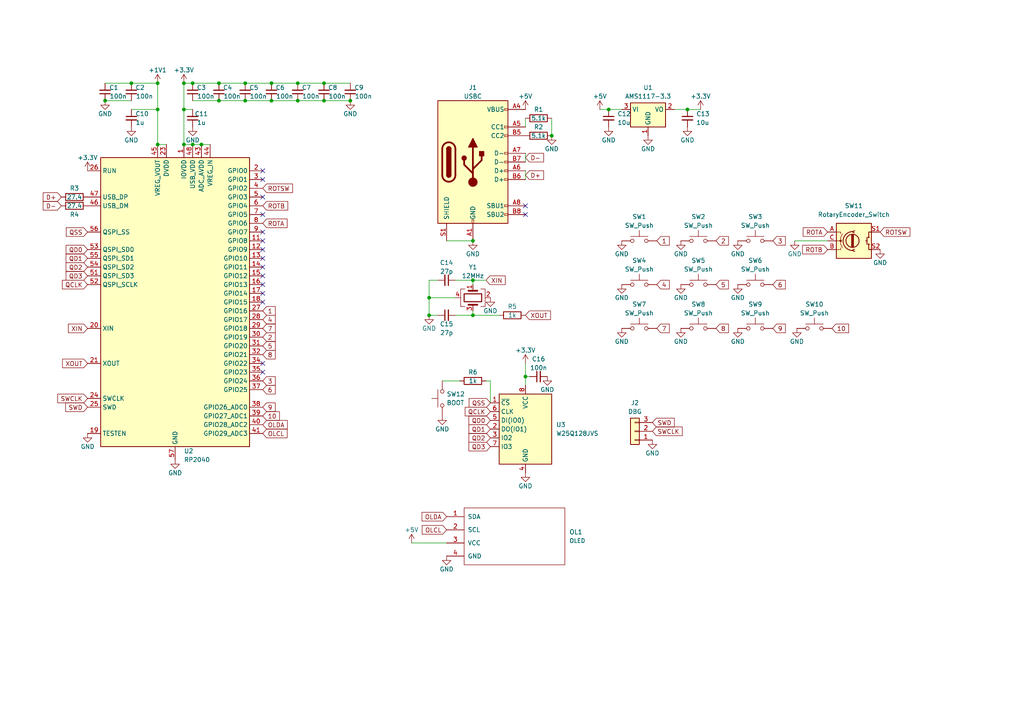
<source format=kicad_sch>
(kicad_sch (version 20230121) (generator eeschema)
  (paper "A4")
  (lib_symbols
    (symbol "42Keebs:OLED" (pin_names (offset 1.016))
      (property "Reference" "OL" (at 0 2.54 0))
      (property "Value" "OLED" (at 0 -1.27 0))
      (symbol "OLED_0_1"
        (rectangle (start -13.97 8.89) (end 15.24 -7.62))
      )
      (symbol "OLED_1_1"
        (pin bidirectional line (at -19.05 6.35 0) (length 5.08) (name "SDA") (number "1"))
        (pin bidirectional line (at -19.05 2.54 0) (length 5.08) (name "SCL") (number "2"))
        (pin power_in line (at -19.05 -1.27 0) (length 5.08) (name "VCC") (number "3"))
        (pin power_in line (at -19.05 -5.08 0) (length 5.08) (name "GND") (number "4"))
      )
    )
    (symbol "Connector:USB_C_Receptacle_USB2.0" (pin_names (offset 1.016))
      (property "Reference" "J" (at -10.16 19.05 0))
      (property "Value" "USB_C_Receptacle_USB2.0" (at 19.05 19.05 0))
      (symbol "USB_C_Receptacle_USB2.0_0_0"
        (rectangle (start -0.254 -17.78) (end 0.254 -16.764))
        (rectangle (start 10.16 -14.986) (end 9.144 -15.494))
        (rectangle (start 10.16 -12.446) (end 9.144 -12.954))
        (rectangle (start 10.16 -4.826) (end 9.144 -5.334))
        (rectangle (start 10.16 -2.286) (end 9.144 -2.794))
        (rectangle (start 10.16 0.254) (end 9.144 -0.254))
        (rectangle (start 10.16 2.794) (end 9.144 2.286))
        (rectangle (start 10.16 7.874) (end 9.144 7.366))
        (rectangle (start 10.16 10.414) (end 9.144 9.906))
        (rectangle (start 10.16 15.494) (end 9.144 14.986))
      )
      (symbol "USB_C_Receptacle_USB2.0_0_1"
        (rectangle (start -10.16 17.78) (end 10.16 -17.78) (stroke (width 0.254)) (fill (type background)))
        (arc (start -8.89 -3.81) (mid -6.985 -5.7067) (end -5.08 -3.81) (stroke (width 0.508)))
        (arc (start -7.62 -3.81) (mid -6.985 -4.4423) (end -6.35 -3.81) (stroke (width 0.254)))
        (arc (start -7.62 -3.81) (mid -6.985 -4.4423) (end -6.35 -3.81) (stroke (width 0.254)) (fill (type outline)))
        (rectangle (start -7.62 -3.81) (end -6.35 3.81) (stroke (width 0.254)) (fill (type outline)))
        (arc (start -6.35 3.81) (mid -6.985 4.4423) (end -7.62 3.81) (stroke (width 0.254)))
        (arc (start -6.35 3.81) (mid -6.985 4.4423) (end -7.62 3.81) (stroke (width 0.254)) (fill (type outline)))
        (arc (start -5.08 3.81) (mid -6.985 5.7067) (end -8.89 3.81) (stroke (width 0.508)))
        (circle (center -2.54 1.143) (radius 0.635) (stroke (width 0.254)) (fill (type outline)))
        (circle (center 0 -5.842) (radius 1.27) (fill (type outline)))
        (polyline (pts (xy -8.89 -3.81) (xy -8.89 3.81)) (stroke (width 0.508)))
        (polyline (pts (xy -5.08 3.81) (xy -5.08 -3.81)) (stroke (width 0.508)))
        (polyline (pts (xy 0 -5.842) (xy 0 4.318)) (stroke (width 0.508)))
        (polyline (pts (xy 0 -3.302) (xy -2.54 -0.762) (xy -2.54 0.508)) (stroke (width 0.508)))
        (polyline (pts (xy 0 -2.032) (xy 2.54 0.508) (xy 2.54 1.778)) (stroke (width 0.508)))
        (polyline (pts (xy -1.27 4.318) (xy 0 6.858) (xy 1.27 4.318) (xy -1.27 4.318)) (stroke (width 0.254)) (fill (type outline)))
        (rectangle (start 1.905 1.778) (end 3.175 3.048) (stroke (width 0.254)) (fill (type outline)))
      )
      (symbol "USB_C_Receptacle_USB2.0_1_1"
        (pin passive line (at 0 -22.86 90) (length 5.08) (name "GND") (number "A1"))
        (pin passive line (at 0 -22.86 90) (length 5.08) hide (name "GND") (number "A12"))
        (pin passive line (at 15.24 15.24 180) (length 5.08) (name "VBUS") (number "A4"))
        (pin bidirectional line (at 15.24 10.16 180) (length 5.08) (name "CC1") (number "A5"))
        (pin bidirectional line (at 15.24 -2.54 180) (length 5.08) (name "D+") (number "A6"))
        (pin bidirectional line (at 15.24 2.54 180) (length 5.08) (name "D-") (number "A7"))
        (pin bidirectional line (at 15.24 -12.7 180) (length 5.08) (name "SBU1") (number "A8"))
        (pin passive line (at 15.24 15.24 180) (length 5.08) hide (name "VBUS") (number "A9"))
        (pin passive line (at 0 -22.86 90) (length 5.08) hide (name "GND") (number "B1"))
        (pin passive line (at 0 -22.86 90) (length 5.08) hide (name "GND") (number "B12"))
        (pin passive line (at 15.24 15.24 180) (length 5.08) hide (name "VBUS") (number "B4"))
        (pin bidirectional line (at 15.24 7.62 180) (length 5.08) (name "CC2") (number "B5"))
        (pin bidirectional line (at 15.24 -5.08 180) (length 5.08) (name "D+") (number "B6"))
        (pin bidirectional line (at 15.24 0 180) (length 5.08) (name "D-") (number "B7"))
        (pin bidirectional line (at 15.24 -15.24 180) (length 5.08) (name "SBU2") (number "B8"))
        (pin passive line (at 15.24 15.24 180) (length 5.08) hide (name "VBUS") (number "B9"))
        (pin passive line (at -7.62 -22.86 90) (length 5.08) (name "SHIELD") (number "S1"))
      )
    )
    (symbol "Connector_Generic:Conn_01x03" (pin_names (offset 1.016) hide)
      (property "Reference" "J" (at 0 5.08 0))
      (property "Value" "Conn_01x03" (at 0 -5.08 0))
      (symbol "Conn_01x03_1_1"
        (rectangle (start -1.27 -2.413) (end 0 -2.667) (stroke (width 0.1524)))
        (rectangle (start -1.27 0.127) (end 0 -0.127) (stroke (width 0.1524)))
        (rectangle (start -1.27 2.667) (end 0 2.413) (stroke (width 0.1524)))
        (rectangle (start -1.27 3.81) (end 1.27 -3.81) (stroke (width 0.254)) (fill (type background)))
        (pin passive line (at -5.08 2.54 0) (length 3.81) (name "Pin_1") (number "1"))
        (pin passive line (at -5.08 0 0) (length 3.81) (name "Pin_2") (number "2"))
        (pin passive line (at -5.08 -2.54 0) (length 3.81) (name "Pin_3") (number "3"))
      )
    )
    (symbol "Device:C_Small" (pin_numbers hide) (pin_names (offset 0.254) hide)
      (property "Reference" "C" (at 0.254 1.778 0))
      (property "Value" "C_Small" (at 0.254 -2.032 0))
      (symbol "C_Small_0_1"
        (polyline (pts (xy -1.524 -0.508) (xy 1.524 -0.508)) (stroke (width 0.3302)))
        (polyline (pts (xy -1.524 0.508) (xy 1.524 0.508)) (stroke (width 0.3048)))
      )
      (symbol "C_Small_1_1"
        (pin passive line (at 0 2.54 270) (length 2.032) (name "~") (number "1"))
        (pin passive line (at 0 -2.54 90) (length 2.032) (name "~") (number "2"))
      )
    )
    (symbol "Device:Crystal_GND24" (pin_names (offset 1.016) hide)
      (property "Reference" "Y" (at 3.175 5.08 0))
      (property "Value" "Crystal_GND24" (at 3.175 3.175 0))
      (symbol "Crystal_GND24_0_1"
        (rectangle (start -1.143 2.54) (end 1.143 -2.54) (stroke (width 0.3048)))
        (polyline (pts (xy -2.54 0) (xy -2.032 0)))
        (polyline (pts (xy -2.032 -1.27) (xy -2.032 1.27)) (stroke (width 0.508)))
        (polyline (pts (xy 0 -3.81) (xy 0 -3.556)))
        (polyline (pts (xy 0 3.556) (xy 0 3.81)))
        (polyline (pts (xy 2.032 -1.27) (xy 2.032 1.27)) (stroke (width 0.508)))
        (polyline (pts (xy 2.032 0) (xy 2.54 0)))
        (polyline (pts (xy -2.54 -2.286) (xy -2.54 -3.556) (xy 2.54 -3.556) (xy 2.54 -2.286)))
        (polyline (pts (xy -2.54 2.286) (xy -2.54 3.556) (xy 2.54 3.556) (xy 2.54 2.286)))
      )
      (symbol "Crystal_GND24_1_1"
        (pin passive line (at -3.81 0 0) (length 1.27) (name "1") (number "1"))
        (pin passive line (at 0 5.08 270) (length 1.27) (name "2") (number "2"))
        (pin passive line (at 3.81 0 180) (length 1.27) (name "3") (number "3"))
        (pin passive line (at 0 -5.08 90) (length 1.27) (name "4") (number "4"))
      )
    )
    (symbol "Device:R" (pin_numbers hide) (pin_names (offset 0))
      (property "Reference" "R" (at 2.032 0 90))
      (property "Value" "R" (at 0 0 90))
      (symbol "R_0_1"
        (rectangle (start -1.016 -2.54) (end 1.016 2.54) (stroke (width 0.254)))
      )
      (symbol "R_1_1"
        (pin passive line (at 0 3.81 270) (length 1.27) (name "~") (number "1"))
        (pin passive line (at 0 -3.81 90) (length 1.27) (name "~") (number "2"))
      )
    )
    (symbol "Device:RotaryEncoder_Switch" (pin_names (offset 0.254) hide)
      (property "Reference" "SW" (at 0 6.604 0))
      (property "Value" "RotaryEncoder_Switch" (at 0 -6.604 0))
      (symbol "RotaryEncoder_Switch_0_1"
        (rectangle (start -5.08 5.08) (end 5.08 -5.08) (stroke (width 0.254)) (fill (type background)))
        (circle (center -3.81 0) (radius 0.254) (fill (type outline)))
        (circle (center -0.381 0) (radius 1.905) (stroke (width 0.254)))
        (arc (start -0.381 2.667) (mid -3.0988 -0.0635) (end -0.381 -2.794) (stroke (width 0.254)))
        (polyline (pts (xy -0.635 -1.778) (xy -0.635 1.778)) (stroke (width 0.254)))
        (polyline (pts (xy -0.381 -1.778) (xy -0.381 1.778)) (stroke (width 0.254)))
        (polyline (pts (xy -0.127 1.778) (xy -0.127 -1.778)) (stroke (width 0.254)))
        (polyline (pts (xy 3.81 0) (xy 3.429 0)) (stroke (width 0.254)))
        (polyline (pts (xy 3.81 1.016) (xy 3.81 -1.016)) (stroke (width 0.254)))
        (polyline (pts (xy -5.08 -2.54) (xy -3.81 -2.54) (xy -3.81 -2.032)))
        (polyline (pts (xy -5.08 2.54) (xy -3.81 2.54) (xy -3.81 2.032)))
        (polyline (pts (xy 0.254 -3.048) (xy -0.508 -2.794) (xy 0.127 -2.413)) (stroke (width 0.254)))
        (polyline (pts (xy 0.254 2.921) (xy -0.508 2.667) (xy 0.127 2.286)) (stroke (width 0.254)))
        (polyline (pts (xy 5.08 -2.54) (xy 4.318 -2.54) (xy 4.318 -1.016)) (stroke (width 0.254)))
        (polyline (pts (xy 5.08 2.54) (xy 4.318 2.54) (xy 4.318 1.016)) (stroke (width 0.254)))
        (polyline (pts (xy -5.08 0) (xy -3.81 0) (xy -3.81 -1.016) (xy -3.302 -2.032)))
        (polyline (pts (xy -4.318 0) (xy -3.81 0) (xy -3.81 1.016) (xy -3.302 2.032)))
        (circle (center 4.318 -1.016) (radius 0.127) (stroke (width 0.254)))
        (circle (center 4.318 1.016) (radius 0.127) (stroke (width 0.254)))
      )
      (symbol "RotaryEncoder_Switch_1_1"
        (pin passive line (at -7.62 2.54 0) (length 2.54) (name "A") (number "A"))
        (pin passive line (at -7.62 -2.54 0) (length 2.54) (name "B") (number "B"))
        (pin passive line (at -7.62 0 0) (length 2.54) (name "C") (number "C"))
        (pin passive line (at 7.62 2.54 180) (length 2.54) (name "S1") (number "S1"))
        (pin passive line (at 7.62 -2.54 180) (length 2.54) (name "S2") (number "S2"))
      )
    )
    (symbol "MCU_RaspberryPi:RP2040"
      (property "Reference" "U" (at 17.78 45.72 0))
      (property "Value" "RP2040" (at 17.78 43.18 0))
      (symbol "RP2040_0_1"
        (rectangle (start -21.59 41.91) (end 21.59 -41.91) (stroke (width 0.254)) (fill (type background)))
      )
      (symbol "RP2040_1_1"
        (pin power_in line (at 2.54 45.72 270) (length 3.81) (name "IOVDD") (number "1"))
        (pin passive line (at 2.54 45.72 270) (length 3.81) hide (name "IOVDD") (number "10"))
        (pin bidirectional line (at 25.4 17.78 180) (length 3.81) (name "GPIO8") (number "11"))
        (pin bidirectional line (at 25.4 15.24 180) (length 3.81) (name "GPIO9") (number "12"))
        (pin bidirectional line (at 25.4 12.7 180) (length 3.81) (name "GPIO10") (number "13"))
        (pin bidirectional line (at 25.4 10.16 180) (length 3.81) (name "GPIO11") (number "14"))
        (pin bidirectional line (at 25.4 7.62 180) (length 3.81) (name "GPIO12") (number "15"))
        (pin bidirectional line (at 25.4 5.08 180) (length 3.81) (name "GPIO13") (number "16"))
        (pin bidirectional line (at 25.4 2.54 180) (length 3.81) (name "GPIO14") (number "17"))
        (pin bidirectional line (at 25.4 0 180) (length 3.81) (name "GPIO15") (number "18"))
        (pin input line (at -25.4 -38.1 0) (length 3.81) (name "TESTEN") (number "19"))
        (pin bidirectional line (at 25.4 38.1 180) (length 3.81) (name "GPIO0") (number "2"))
        (pin input line (at -25.4 -7.62 0) (length 3.81) (name "XIN") (number "20"))
        (pin passive line (at -25.4 -17.78 0) (length 3.81) (name "XOUT") (number "21"))
        (pin passive line (at 2.54 45.72 270) (length 3.81) hide (name "IOVDD") (number "22"))
        (pin power_in line (at -2.54 45.72 270) (length 3.81) (name "DVDD") (number "23"))
        (pin input line (at -25.4 -27.94 0) (length 3.81) (name "SWCLK") (number "24"))
        (pin bidirectional line (at -25.4 -30.48 0) (length 3.81) (name "SWD") (number "25"))
        (pin input line (at -25.4 38.1 0) (length 3.81) (name "RUN") (number "26"))
        (pin bidirectional line (at 25.4 -2.54 180) (length 3.81) (name "GPIO16") (number "27"))
        (pin bidirectional line (at 25.4 -5.08 180) (length 3.81) (name "GPIO17") (number "28"))
        (pin bidirectional line (at 25.4 -7.62 180) (length 3.81) (name "GPIO18") (number "29"))
        (pin bidirectional line (at 25.4 35.56 180) (length 3.81) (name "GPIO1") (number "3"))
        (pin bidirectional line (at 25.4 -10.16 180) (length 3.81) (name "GPIO19") (number "30"))
        (pin bidirectional line (at 25.4 -12.7 180) (length 3.81) (name "GPIO20") (number "31"))
        (pin bidirectional line (at 25.4 -15.24 180) (length 3.81) (name "GPIO21") (number "32"))
        (pin passive line (at 2.54 45.72 270) (length 3.81) hide (name "IOVDD") (number "33"))
        (pin bidirectional line (at 25.4 -17.78 180) (length 3.81) (name "GPIO22") (number "34"))
        (pin bidirectional line (at 25.4 -20.32 180) (length 3.81) (name "GPIO23") (number "35"))
        (pin bidirectional line (at 25.4 -22.86 180) (length 3.81) (name "GPIO24") (number "36"))
        (pin bidirectional line (at 25.4 -25.4 180) (length 3.81) (name "GPIO25") (number "37"))
        (pin bidirectional line (at 25.4 -30.48 180) (length 3.81) (name "GPIO26_ADC0") (number "38"))
        (pin bidirectional line (at 25.4 -33.02 180) (length 3.81) (name "GPIO27_ADC1") (number "39"))
        (pin bidirectional line (at 25.4 33.02 180) (length 3.81) (name "GPIO2") (number "4"))
        (pin bidirectional line (at 25.4 -35.56 180) (length 3.81) (name "GPIO28_ADC2") (number "40"))
        (pin bidirectional line (at 25.4 -38.1 180) (length 3.81) (name "GPIO29_ADC3") (number "41"))
        (pin passive line (at 2.54 45.72 270) (length 3.81) hide (name "IOVDD") (number "42"))
        (pin power_in line (at 7.62 45.72 270) (length 3.81) (name "ADC_AVDD") (number "43"))
        (pin power_in line (at 10.16 45.72 270) (length 3.81) (name "VREG_IN") (number "44"))
        (pin power_out line (at -5.08 45.72 270) (length 3.81) (name "VREG_VOUT") (number "45"))
        (pin bidirectional line (at -25.4 27.94 0) (length 3.81) (name "USB_DM") (number "46"))
        (pin bidirectional line (at -25.4 30.48 0) (length 3.81) (name "USB_DP") (number "47"))
        (pin power_in line (at 5.08 45.72 270) (length 3.81) (name "USB_VDD") (number "48"))
        (pin passive line (at 2.54 45.72 270) (length 3.81) hide (name "IOVDD") (number "49"))
        (pin bidirectional line (at 25.4 30.48 180) (length 3.81) (name "GPIO3") (number "5"))
        (pin passive line (at -2.54 45.72 270) (length 3.81) hide (name "DVDD") (number "50"))
        (pin bidirectional line (at -25.4 7.62 0) (length 3.81) (name "QSPI_SD3") (number "51"))
        (pin output line (at -25.4 5.08 0) (length 3.81) (name "QSPI_SCLK") (number "52"))
        (pin bidirectional line (at -25.4 15.24 0) (length 3.81) (name "QSPI_SD0") (number "53"))
        (pin bidirectional line (at -25.4 10.16 0) (length 3.81) (name "QSPI_SD2") (number "54"))
        (pin bidirectional line (at -25.4 12.7 0) (length 3.81) (name "QSPI_SD1") (number "55"))
        (pin bidirectional line (at -25.4 20.32 0) (length 3.81) (name "QSPI_SS") (number "56"))
        (pin power_in line (at 0 -45.72 90) (length 3.81) (name "GND") (number "57"))
        (pin bidirectional line (at 25.4 27.94 180) (length 3.81) (name "GPIO4") (number "6"))
        (pin bidirectional line (at 25.4 25.4 180) (length 3.81) (name "GPIO5") (number "7"))
        (pin bidirectional line (at 25.4 22.86 180) (length 3.81) (name "GPIO6") (number "8"))
        (pin bidirectional line (at 25.4 20.32 180) (length 3.81) (name "GPIO7") (number "9"))
      )
    )
    (symbol "Memory_Flash:W25Q128JVS"
      (property "Reference" "U" (at -8.89 8.89 0))
      (property "Value" "W25Q128JVS" (at 7.62 8.89 0))
      (symbol "W25Q128JVS_0_1"
        (rectangle (start -7.62 10.16) (end 7.62 -10.16) (stroke (width 0.254)) (fill (type background)))
      )
      (symbol "W25Q128JVS_1_1"
        (pin input line (at -10.16 7.62 0) (length 2.54) (name "~{CS}") (number "1"))
        (pin bidirectional line (at -10.16 0 0) (length 2.54) (name "DO(IO1)") (number "2"))
        (pin bidirectional line (at -10.16 -2.54 0) (length 2.54) (name "IO2") (number "3"))
        (pin power_in line (at 0 -12.7 90) (length 2.54) (name "GND") (number "4"))
        (pin bidirectional line (at -10.16 2.54 0) (length 2.54) (name "DI(IO0)") (number "5"))
        (pin input line (at -10.16 5.08 0) (length 2.54) (name "CLK") (number "6"))
        (pin bidirectional line (at -10.16 -5.08 0) (length 2.54) (name "IO3") (number "7"))
        (pin power_in line (at 0 12.7 270) (length 2.54) (name "VCC") (number "8"))
      )
    )
    (symbol "Regulator_Linear:AMS1117-3.3"
      (property "Reference" "U" (at -3.81 3.175 0))
      (property "Value" "AMS1117-3.3" (at 0 3.175 0))
      (symbol "AMS1117-3.3_0_1"
        (rectangle (start -5.08 -5.08) (end 5.08 1.905) (stroke (width 0.254)) (fill (type background)))
      )
      (symbol "AMS1117-3.3_1_1"
        (pin power_in line (at 0 -7.62 90) (length 2.54) (name "GND") (number "1"))
        (pin power_out line (at 7.62 0 180) (length 2.54) (name "VO") (number "2"))
        (pin power_in line (at -7.62 0 0) (length 2.54) (name "VI") (number "3"))
      )
    )
    (symbol "Switch:SW_Push" (pin_numbers hide) (pin_names (offset 1.016) hide)
      (property "Reference" "SW" (at 1.27 2.54 0))
      (property "Value" "SW_Push" (at 0 -1.524 0))
      (symbol "SW_Push_0_1"
        (circle (center -2.032 0) (radius 0.508))
        (polyline (pts (xy 0 1.27) (xy 0 3.048)))
        (polyline (pts (xy 2.54 1.27) (xy -2.54 1.27)))
        (circle (center 2.032 0) (radius 0.508))
        (pin passive line (at -5.08 0 0) (length 2.54) (name "1") (number "1"))
        (pin passive line (at 5.08 0 180) (length 2.54) (name "2") (number "2"))
      )
    )
    (symbol "power:+1V1" (power) (pin_names (offset 0))
      (property "Value" "+1V1" (at 0 3.556 0))
      (symbol "+1V1_0_1"
        (polyline (pts (xy -0.762 1.27) (xy 0 2.54)))
        (polyline (pts (xy 0 0) (xy 0 2.54)))
        (polyline (pts (xy 0 2.54) (xy 0.762 1.27)))
      )
      (symbol "+1V1_1_1"
        (pin power_in line (at 0 0 90) (length 0) hide (name "+1V1") (number "1"))
      )
    )
    (symbol "power:+3.3V" (power) (pin_names (offset 0))
      (property "Value" "+3.3V" (at 0 3.556 0))
      (symbol "+3.3V_0_1"
        (polyline (pts (xy -0.762 1.27) (xy 0 2.54)))
        (polyline (pts (xy 0 0) (xy 0 2.54)))
        (polyline (pts (xy 0 2.54) (xy 0.762 1.27)))
      )
      (symbol "+3.3V_1_1"
        (pin power_in line (at 0 0 90) (length 0) hide (name "+3.3V") (number "1"))
      )
    )
    (symbol "power:+5V" (power) (pin_names (offset 0))
      (property "Value" "+5V" (at 0 3.556 0))
      (symbol "+5V_0_1"
        (polyline (pts (xy -0.762 1.27) (xy 0 2.54)))
        (polyline (pts (xy 0 0) (xy 0 2.54)))
        (polyline (pts (xy 0 2.54) (xy 0.762 1.27)))
      )
      (symbol "+5V_1_1"
        (pin power_in line (at 0 0 90) (length 0) hide (name "+5V") (number "1"))
      )
    )
    (symbol "power:GND" (power) (pin_names (offset 0))
      (property "Value" "GND" (at 0 -3.81 0))
      (symbol "GND_0_1"
        (polyline (pts (xy 0 0) (xy 0 -1.27) (xy 1.27 -1.27) (xy 0 -2.54) (xy -1.27 -1.27) (xy 0 -1.27)))
      )
      (symbol "GND_1_1"
        (pin power_in line (at 0 0 270) (length 0) hide (name "GND") (number "1"))
      )
    )
  )
  (junction (at 38.1 24.13))
  (junction (at 45.72 41.91))
  (junction (at 30.48 29.21))
  (junction (at 124.46 91.44))
  (junction (at 93.98 24.13))
  (junction (at 137.16 81.28))
  (junction (at 86.36 24.13))
  (junction (at 53.34 31.75))
  (junction (at 63.5 24.13))
  (junction (at 93.98 29.21))
  (junction (at 124.46 86.36))
  (junction (at 55.88 41.91))
  (junction (at 86.36 29.21))
  (junction (at 45.72 31.75))
  (junction (at 55.88 24.13))
  (junction (at 53.34 41.91))
  (junction (at 78.74 29.21))
  (junction (at 78.74 24.13))
  (junction (at 71.12 29.21))
  (junction (at 137.16 91.44))
  (junction (at 58.42 41.91))
  (junction (at 71.12 24.13))
  (junction (at 137.16 69.85))
  (junction (at 63.5 29.21))
  (junction (at 160.02 39.37))
  (junction (at 152.4 109.22))
  (junction (at 101.6 29.21))
  (junction (at 45.72 24.13))
  (junction (at 176.53 31.75))
  (junction (at 53.34 24.13))
  (junction (at 199.39 31.75))
  (no_connect (at 76.2 82.55))
  (no_connect (at 76.2 72.39))
  (no_connect (at 76.2 77.47))
  (no_connect (at 76.2 107.95))
  (no_connect (at 76.2 52.07))
  (no_connect (at 76.2 87.63))
  (no_connect (at 76.2 57.15))
  (no_connect (at 76.2 74.93))
  (no_connect (at 76.2 62.23))
  (no_connect (at 76.2 49.53))
  (no_connect (at 76.2 105.41))
  (no_connect (at 76.2 85.09))
  (no_connect (at 76.2 67.31))
  (no_connect (at 76.2 69.85))
  (no_connect (at 76.2 80.01))
  (no_connect (at 152.4 62.23))
  (no_connect (at 152.4 59.69))
  (wire (pts (xy 30.48 24.13) (xy 38.1 24.13)))
  (wire (pts (xy 137.16 91.44) (xy 137.16 90.17)))
  (wire (pts (xy 199.39 31.75) (xy 203.2 31.75)))
  (wire (pts (xy 173.99 31.75) (xy 176.53 31.75)))
  (wire (pts (xy 152.4 34.29) (xy 152.4 36.83)))
  (wire (pts (xy 140.97 110.49) (xy 142.24 110.49)))
  (wire (pts (xy 53.34 24.13) (xy 53.34 31.75)))
  (wire (pts (xy 30.48 29.21) (xy 38.1 29.21)))
  (wire (pts (xy 152.4 49.53) (xy 152.4 52.07)))
  (wire (pts (xy 153.67 109.22) (xy 152.4 109.22)))
  (wire (pts (xy 55.88 41.91) (xy 58.42 41.91)))
  (wire (pts (xy 38.1 24.13) (xy 45.72 24.13)))
  (wire (pts (xy 58.42 41.91) (xy 60.96 41.91)))
  (wire (pts (xy 45.72 41.91) (xy 48.26 41.91)))
  (wire (pts (xy 124.46 91.44) (xy 127 91.44)))
  (wire (pts (xy 63.5 29.21) (xy 71.12 29.21)))
  (wire (pts (xy 119.38 157.48) (xy 129.54 157.48)))
  (wire (pts (xy 124.46 81.28) (xy 127 81.28)))
  (wire (pts (xy 53.34 31.75) (xy 53.34 41.91)))
  (wire (pts (xy 124.46 81.28) (xy 124.46 86.36)))
  (wire (pts (xy 55.88 24.13) (xy 63.5 24.13)))
  (wire (pts (xy 45.72 31.75) (xy 45.72 41.91)))
  (wire (pts (xy 38.1 31.75) (xy 45.72 31.75)))
  (wire (pts (xy 152.4 44.45) (xy 152.4 46.99)))
  (wire (pts (xy 124.46 86.36) (xy 132.08 86.36)))
  (wire (pts (xy 152.4 109.22) (xy 152.4 105.41)))
  (wire (pts (xy 53.34 31.75) (xy 55.88 31.75)))
  (wire (pts (xy 195.58 31.75) (xy 199.39 31.75)))
  (wire (pts (xy 93.98 24.13) (xy 101.6 24.13)))
  (wire (pts (xy 129.54 69.85) (xy 137.16 69.85)))
  (wire (pts (xy 137.16 91.44) (xy 144.78 91.44)))
  (wire (pts (xy 53.34 41.91) (xy 55.88 41.91)))
  (wire (pts (xy 86.36 29.21) (xy 93.98 29.21)))
  (wire (pts (xy 137.16 81.28) (xy 140.97 81.28)))
  (wire (pts (xy 128.27 110.49) (xy 133.35 110.49)))
  (wire (pts (xy 78.74 29.21) (xy 86.36 29.21)))
  (wire (pts (xy 53.34 24.13) (xy 55.88 24.13)))
  (wire (pts (xy 63.5 24.13) (xy 71.12 24.13)))
  (wire (pts (xy 176.53 31.75) (xy 180.34 31.75)))
  (wire (pts (xy 132.08 81.28) (xy 137.16 81.28)))
  (wire (pts (xy 132.08 91.44) (xy 137.16 91.44)))
  (wire (pts (xy 124.46 86.36) (xy 124.46 91.44)))
  (wire (pts (xy 137.16 81.28) (xy 137.16 82.55)))
  (wire (pts (xy 93.98 29.21) (xy 101.6 29.21)))
  (wire (pts (xy 78.74 24.13) (xy 86.36 24.13)))
  (wire (pts (xy 71.12 24.13) (xy 78.74 24.13)))
  (wire (pts (xy 152.4 109.22) (xy 152.4 111.76)))
  (wire (pts (xy 160.02 34.29) (xy 160.02 39.37)))
  (wire (pts (xy 55.88 29.21) (xy 63.5 29.21)))
  (wire (pts (xy 230.505 69.85) (xy 240.03 69.85)))
  (wire (pts (xy 142.24 110.49) (xy 142.24 116.84)))
  (wire (pts (xy 86.36 24.13) (xy 93.98 24.13)))
  (wire (pts (xy 71.12 29.21) (xy 78.74 29.21)))
  (wire (pts (xy 45.72 24.13) (xy 45.72 31.75)))
  (global_label "SWCLK" (shape input) (at 25.4 115.57 180) (property "Intersheetrefs" "${INTERSHEET_REFS}" (effects hide)))
  (global_label "3" (shape input) (at 76.2 110.49 0) (property "Intersheetrefs" "${INTERSHEET_REFS}" (effects hide)))
  (global_label "1" (shape input) (at 76.2 90.17 0) (property "Intersheetrefs" "${INTERSHEET_REFS}" (effects hide)))
  (global_label "7" (shape input) (at 76.2 95.25 0) (property "Intersheetrefs" "${INTERSHEET_REFS}" (effects hide)))
  (global_label "10" (shape input) (at 241.3 95.25 0) (property "Intersheetrefs" "${INTERSHEET_REFS}" (effects hide)))
  (global_label "QD2" (shape input) (at 142.24 127 180) (property "Intersheetrefs" "${INTERSHEET_REFS}" (effects hide)))
  (global_label "SWD" (shape input) (at 25.4 118.11 180) (property "Intersheetrefs" "${INTERSHEET_REFS}" (effects hide)))
  (global_label "QD3" (shape input) (at 142.24 129.54 180) (property "Intersheetrefs" "${INTERSHEET_REFS}" (effects hide)))
  (global_label "QD1" (shape input) (at 142.24 124.46 180) (property "Intersheetrefs" "${INTERSHEET_REFS}" (effects hide)))
  (global_label "D-" (shape input) (at 152.4 45.72 0) (property "Intersheetrefs" "${INTERSHEET_REFS}" (effects hide)))
  (global_label "QCLK" (shape input) (at 25.4 82.55 180) (property "Intersheetrefs" "${INTERSHEET_REFS}" (effects hide)))
  (global_label "3" (shape input) (at 224.155 69.85 0) (property "Intersheetrefs" "${INTERSHEET_REFS}" (effects hide)))
  (global_label "6" (shape input) (at 76.2 113.03 0) (property "Intersheetrefs" "${INTERSHEET_REFS}" (effects hide)))
  (global_label "QSS" (shape input) (at 25.4 67.31 180) (property "Intersheetrefs" "${INTERSHEET_REFS}" (effects hide)))
  (global_label "QD2" (shape input) (at 25.4 77.47 180) (property "Intersheetrefs" "${INTERSHEET_REFS}" (effects hide)))
  (global_label "4" (shape input) (at 190.5 82.55 0) (property "Intersheetrefs" "${INTERSHEET_REFS}" (effects hide)))
  (global_label "8" (shape input) (at 76.2 102.87 0) (property "Intersheetrefs" "${INTERSHEET_REFS}" (effects hide)))
  (global_label "9" (shape input) (at 224.155 95.25 0) (property "Intersheetrefs" "${INTERSHEET_REFS}" (effects hide)))
  (global_label "ROTSW" (shape input) (at 255.27 67.31 0) (property "Intersheetrefs" "${INTERSHEET_REFS}" (effects hide)))
  (global_label "ROTB" (shape input) (at 76.2 59.69 0) (property "Intersheetrefs" "${INTERSHEET_REFS}" (effects hide)))
  (global_label "QD0" (shape input) (at 142.24 121.92 180) (property "Intersheetrefs" "${INTERSHEET_REFS}" (effects hide)))
  (global_label "XOUT" (shape input) (at 152.4 91.44 0) (property "Intersheetrefs" "${INTERSHEET_REFS}" (effects hide)))
  (global_label "QD1" (shape input) (at 25.4 74.93 180) (property "Intersheetrefs" "${INTERSHEET_REFS}" (effects hide)))
  (global_label "D+" (shape input) (at 17.78 57.15 180) (property "Intersheetrefs" "${INTERSHEET_REFS}" (effects hide)))
  (global_label "8" (shape input) (at 207.645 95.25 0) (property "Intersheetrefs" "${INTERSHEET_REFS}" (effects hide)))
  (global_label "QD0" (shape input) (at 25.4 72.39 180) (property "Intersheetrefs" "${INTERSHEET_REFS}" (effects hide)))
  (global_label "XIN" (shape input) (at 140.97 81.28 0) (property "Intersheetrefs" "${INTERSHEET_REFS}" (effects hide)))
  (global_label "QCLK" (shape input) (at 142.24 119.38 180) (property "Intersheetrefs" "${INTERSHEET_REFS}" (effects hide)))
  (global_label "D-" (shape input) (at 17.78 59.69 180) (property "Intersheetrefs" "${INTERSHEET_REFS}" (effects hide)))
  (global_label "QD3" (shape input) (at 25.4 80.01 180) (property "Intersheetrefs" "${INTERSHEET_REFS}" (effects hide)))
  (global_label "2" (shape input) (at 207.645 69.85 0) (property "Intersheetrefs" "${INTERSHEET_REFS}" (effects hide)))
  (global_label "5" (shape input) (at 76.2 100.33 0) (property "Intersheetrefs" "${INTERSHEET_REFS}" (effects hide)))
  (global_label "7" (shape input) (at 190.5 95.25 0) (property "Intersheetrefs" "${INTERSHEET_REFS}" (effects hide)))
  (global_label "ROTA" (shape input) (at 76.2 64.77 0) (property "Intersheetrefs" "${INTERSHEET_REFS}" (effects hide)))
  (global_label "XOUT" (shape input) (at 25.4 105.41 180) (property "Intersheetrefs" "${INTERSHEET_REFS}" (effects hide)))
  (global_label "ROTB" (shape input) (at 240.03 72.39 180) (property "Intersheetrefs" "${INTERSHEET_REFS}" (effects hide)))
  (global_label "4" (shape input) (at 76.2 92.71 0) (property "Intersheetrefs" "${INTERSHEET_REFS}" (effects hide)))
  (global_label "1" (shape input) (at 190.5 69.85 0) (property "Intersheetrefs" "${INTERSHEET_REFS}" (effects hide)))
  (global_label "SWCLK" (shape input) (at 189.23 125.095 0) (property "Intersheetrefs" "${INTERSHEET_REFS}" (effects hide)))
  (global_label "2" (shape input) (at 76.2 97.79 0) (property "Intersheetrefs" "${INTERSHEET_REFS}" (effects hide)))
  (global_label "OLDA" (shape input) (at 129.54 149.86 180) (property "Intersheetrefs" "${INTERSHEET_REFS}" (effects hide)))
  (global_label "SWD" (shape input) (at 189.23 122.555 0) (property "Intersheetrefs" "${INTERSHEET_REFS}" (effects hide)))
  (global_label "XIN" (shape input) (at 25.4 95.25 180) (property "Intersheetrefs" "${INTERSHEET_REFS}" (effects hide)))
  (global_label "9" (shape input) (at 76.2 118.11 0) (property "Intersheetrefs" "${INTERSHEET_REFS}" (effects hide)))
  (global_label "ROTA" (shape input) (at 240.03 67.31 180) (property "Intersheetrefs" "${INTERSHEET_REFS}" (effects hide)))
  (global_label "6" (shape input) (at 224.155 82.55 0) (property "Intersheetrefs" "${INTERSHEET_REFS}" (effects hide)))
  (global_label "ROTSW" (shape input) (at 76.2 54.61 0) (property "Intersheetrefs" "${INTERSHEET_REFS}" (effects hide)))
  (global_label "OLCL" (shape input) (at 129.54 153.67 180) (property "Intersheetrefs" "${INTERSHEET_REFS}" (effects hide)))
  (global_label "5" (shape input) (at 207.645 82.55 0) (property "Intersheetrefs" "${INTERSHEET_REFS}" (effects hide)))
  (global_label "OLCL" (shape input) (at 76.2 125.73 0) (property "Intersheetrefs" "${INTERSHEET_REFS}" (effects hide)))
  (global_label "QSS" (shape input) (at 142.24 116.84 180) (property "Intersheetrefs" "${INTERSHEET_REFS}" (effects hide)))
  (global_label "D+" (shape input) (at 152.4 50.8 0) (property "Intersheetrefs" "${INTERSHEET_REFS}" (effects hide)))
  (global_label "10" (shape input) (at 76.2 120.65 0) (property "Intersheetrefs" "${INTERSHEET_REFS}" (effects hide)))
  (global_label "OLDA" (shape input) (at 76.2 123.19 0) (property "Intersheetrefs" "${INTERSHEET_REFS}" (effects hide)))
  (symbol (lib_id "power:+5V") (at 152.4 31.75 0) (unit 1)
    (property "Reference" "#PWR038" (effects hide))
    (property "Value" "+5V" (at 152.4 27.94 0))
  )
  (symbol (lib_id "power:GND") (at 180.34 95.25 0) (unit 1)
    (property "Reference" "#PWR034" (effects hide))
    (property "Value" "GND" (at 180.34 99.06 0))
  )
  (symbol (lib_id "power:GND") (at 197.485 82.55 0) (unit 1)
    (property "Reference" "#PWR032" (effects hide))
    (property "Value" "GND" (at 197.485 86.36 0))
  )
  (symbol (lib_id "Switch:SW_Push") (at 185.42 82.55 0) (unit 1)
    (property "Reference" "SW4" (at 185.42 75.565 0))
    (property "Value" "SW_Push" (at 185.42 78.105 0))
    (property "Footprint" "kiswitch:SW_Hotswap_Kailh_MX_1.00u" (effects hide))
  )
  (symbol (lib_id "Device:C_Small") (at 63.5 26.67 180) (unit 1)
    (property "Reference" "C4" (at 66.04 25.4 0))
    (property "Value" "100n" (at 67.31 27.94 0))
    (property "Footprint" "Capacitor_SMD:C_0402_1005Metric" (effects hide))
  )
  (symbol (lib_id "Device:C_Small") (at 78.74 26.67 180) (unit 1)
    (property "Reference" "C6" (at 81.28 25.4 0))
    (property "Value" "100n" (at 82.55 27.94 0))
    (property "Footprint" "Capacitor_SMD:C_0402_1005Metric" (effects hide))
  )
  (symbol (lib_id "power:GND") (at 189.23 127.635 0) (unit 1)
    (property "Reference" "#PWR025" (effects hide))
    (property "Value" "GND" (at 189.23 131.445 0))
  )
  (symbol (lib_id "power:+3.3V") (at 25.4 49.53 0) (unit 1)
    (property "Reference" "#PWR014" (effects hide))
    (property "Value" "+3.3V" (at 25.4 45.72 0))
  )
  (symbol (lib_id "power:GND") (at 38.1 36.83 0) (unit 1)
    (property "Reference" "#PWR08" (effects hide))
    (property "Value" "GND" (at 38.1 40.64 0))
  )
  (symbol (lib_id "power:GND") (at 25.4 125.73 0) (unit 1)
    (property "Reference" "#PWR021" (effects hide))
    (property "Value" "GND" (at 25.4 129.54 0))
  )
  (symbol (lib_id "power:+5V") (at 173.99 31.75 0) (unit 1)
    (property "Reference" "#PWR05" (effects hide))
    (property "Value" "+5V" (at 173.99 27.94 0))
  )
  (symbol (lib_id "Device:C_Small") (at 101.6 26.67 180) (unit 1)
    (property "Reference" "C9" (at 104.14 25.4 0))
    (property "Value" "100n" (at 105.41 27.94 0))
    (property "Footprint" "Capacitor_SMD:C_0402_1005Metric" (effects hide))
  )
  (symbol (lib_id "Switch:SW_Push") (at 128.27 115.57 90) (unit 1)
    (property "Reference" "SW12" (at 129.54 114.3 90) (effects (justify right)))
    (property "Value" "BOOT" (at 129.54 116.84 90) (effects (justify right)))
    (property "Footprint" "Button_Switch_SMD:SW_Push_SPST_NO_Alps_SKRK" (effects hide))
  )
  (symbol (lib_id "power:GND") (at 160.02 39.37 0) (unit 1)
    (property "Reference" "#PWR012" (effects hide))
    (property "Value" "GND" (at 160.02 43.18 0))
  )
  (symbol (lib_id "Device:C_Small") (at 55.88 34.29 180) (unit 1)
    (property "Reference" "C11" (at 58.42 33.02 0))
    (property "Value" "1u" (at 58.42 35.56 0))
    (property "Footprint" "Capacitor_SMD:C_0402_1005Metric" (effects hide))
  )
  (symbol (lib_id "power:GND") (at 199.39 36.83 0) (unit 1)
    (property "Reference" "#PWR011" (effects hide))
    (property "Value" "GND" (at 199.39 40.64 0))
  )
  (symbol (lib_id "power:GND") (at 158.75 109.22 0) (unit 1)
    (property "Reference" "#PWR019" (effects hide))
    (property "Value" "GND" (at 158.75 113.03 0))
  )
  (symbol (lib_id "power:GND") (at 152.4 137.16 0) (unit 1)
    (property "Reference" "#PWR023" (effects hide))
    (property "Value" "GND" (at 152.4 140.97 0))
  )
  (symbol (lib_id "power:GND") (at 197.485 69.85 0) (unit 1)
    (property "Reference" "#PWR027" (effects hide))
    (property "Value" "GND" (at 197.485 73.66 0))
  )
  (symbol (lib_id "Device:C_Small") (at 156.21 109.22 90) (unit 1)
    (property "Reference" "C16" (at 156.21 104.14 90))
    (property "Value" "100n" (at 156.21 106.68 90))
    (property "Footprint" "Capacitor_SMD:C_0402_1005Metric" (effects hide))
  )
  (symbol (lib_id "Device:C_Small") (at 176.53 34.29 0) (unit 1)
    (property "Reference" "C12" (at 179.07 33.0263 0) (effects (justify left)))
    (property "Value" "10u" (at 179.07 35.5663 0) (effects (justify left)))
    (property "Footprint" "Capacitor_SMD:C_0402_1005Metric" (effects hide))
  )
  (symbol (lib_id "power:GND") (at 213.995 82.55 0) (unit 1)
    (property "Reference" "#PWR033" (effects hide))
    (property "Value" "GND" (at 213.995 86.36 0))
  )
  (symbol (lib_id "Device:C_Small") (at 38.1 34.29 0) (unit 1)
    (property "Reference" "C10" (at 43.18 33.02 0) (effects (justify right)))
    (property "Value" "1u" (at 41.91 35.56 0) (effects (justify right)))
    (property "Footprint" "Capacitor_SMD:C_0402_1005Metric" (effects hide))
  )
  (symbol (lib_id "Device:C_Small") (at 55.88 26.67 180) (unit 1)
    (property "Reference" "C3" (at 58.42 25.4 0))
    (property "Value" "100n" (at 59.69 27.94 0))
    (property "Footprint" "Capacitor_SMD:C_0402_1005Metric" (effects hide))
  )
  (symbol (lib_id "power:GND") (at 230.505 69.85 0) (unit 1)
    (property "Reference" "#PWR029" (effects hide))
    (property "Value" "GND" (at 230.505 73.66 0))
  )
  (symbol (lib_id "Device:RotaryEncoder_Switch") (at 247.65 69.85 0) (unit 1)
    (property "Reference" "SW11" (at 247.65 59.69 0))
    (property "Value" "RotaryEncoder_Switch" (at 247.65 62.23 0))
    (property "Footprint" "Rotary_Encoder:RotaryEncoder_Alps_EC11E-Switch_Vertical_H20mm" (effects hide))
  )
  (symbol (lib_id "Switch:SW_Push") (at 219.075 95.25 0) (unit 1)
    (property "Reference" "SW9" (at 219.075 88.265 0))
    (property "Value" "SW_Push" (at 219.075 90.805 0))
    (property "Footprint" "kiswitch:SW_Hotswap_Kailh_MX_1.00u" (effects hide))
  )
  (symbol (lib_id "power:GND") (at 128.27 120.65 0) (unit 1)
    (property "Reference" "#PWR020" (effects hide))
    (property "Value" "GND" (at 128.27 124.46 0))
  )
  (symbol (lib_id "Device:Crystal_GND24") (at 137.16 86.36 270) (unit 1)
    (property "Reference" "Y1" (at 137.16 77.47 90))
    (property "Value" "12MHz" (at 137.16 80.01 90))
    (property "Footprint" "Crystal:Crystal_SMD_TXC_7M-4Pin_3.2x2.5mm" (effects hide))
  )
  (symbol (lib_id "Device:R") (at 137.16 110.49 90) (unit 1)
    (property "Reference" "R6" (at 137.16 107.95 90))
    (property "Value" "1k" (at 137.16 110.49 90))
    (property "Footprint" "Resistor_SMD:R_0402_1005Metric" (effects hide))
  )
  (symbol (lib_id "Device:C_Small") (at 71.12 26.67 180) (unit 1)
    (property "Reference" "C5" (at 73.66 25.4 0))
    (property "Value" "100n" (at 74.93 27.94 0))
    (property "Footprint" "Capacitor_SMD:C_0402_1005Metric" (effects hide))
  )
  (symbol (lib_id "power:GND") (at 197.485 95.25 0) (unit 1)
    (property "Reference" "#PWR035" (effects hide))
    (property "Value" "GND" (at 197.485 99.06 0))
  )
  (symbol (lib_id "Switch:SW_Push") (at 219.075 82.55 0) (unit 1)
    (property "Reference" "SW6" (at 219.075 75.565 0))
    (property "Value" "SW_Push" (at 219.075 78.105 0))
    (property "Footprint" "kiswitch:SW_Hotswap_Kailh_MX_1.00u" (effects hide))
  )
  (symbol (lib_id "Device:C_Small") (at 199.39 34.29 0) (unit 1)
    (property "Reference" "C13" (at 201.93 33.0263 0) (effects (justify left)))
    (property "Value" "10u" (at 201.93 35.5663 0) (effects (justify left)))
    (property "Footprint" "Capacitor_SMD:C_0402_1005Metric" (effects hide))
  )
  (symbol (lib_id "42Keebs:OLED") (at 148.59 156.21 0) (unit 1)
    (property "Reference" "OL1" (at 165.1 154.305 0) (effects (font (size 1.2954 1.2954)) (justify left)))
    (property "Value" "OLED" (at 165.1 156.845 0) (effects (font (size 1.1938 1.1938)) (justify left)))
    (property "Footprint" "42keebs:OLED_v2.1" (effects hide))
  )
  (symbol (lib_id "power:GND") (at 142.24 86.36 0) (unit 1)
    (property "Reference" "#PWR016" (effects hide))
    (property "Value" "GND" (at 142.24 90.17 0))
  )
  (symbol (lib_id "Connector_Generic:Conn_01x03") (at 184.15 125.095 180) (unit 1)
    (property "Reference" "J2" (at 184.15 116.84 0))
    (property "Value" "DBG" (at 184.15 119.38 0))
    (property "Footprint" "Connector_PinSocket_2.54mm:PinSocket_1x03_P2.54mm_Vertical" (effects hide))
  )
  (symbol (lib_id "power:GND") (at 213.995 95.25 0) (unit 1)
    (property "Reference" "#PWR036" (effects hide))
    (property "Value" "GND" (at 213.995 99.06 0))
  )
  (symbol (lib_id "power:+5V") (at 119.38 157.48 0) (unit 1)
    (property "Reference" "#PWR06" (effects hide))
    (property "Value" "+5V" (at 119.38 153.67 0))
  )
  (symbol (lib_id "power:GND") (at 176.53 36.83 0) (unit 1)
    (property "Reference" "#PWR010" (effects hide))
    (property "Value" "GND" (at 176.53 40.64 0))
  )
  (symbol (lib_id "Switch:SW_Push") (at 202.565 95.25 0) (unit 1)
    (property "Reference" "SW8" (at 202.565 88.265 0))
    (property "Value" "SW_Push" (at 202.565 90.805 0))
    (property "Footprint" "kiswitch:SW_Hotswap_Kailh_MX_1.00u" (effects hide))
  )
  (symbol (lib_id "power:+3.3V") (at 152.4 105.41 0) (unit 1)
    (property "Reference" "#PWR018" (effects hide))
    (property "Value" "+3.3V" (at 152.4 101.6 0))
  )
  (symbol (lib_id "Switch:SW_Push") (at 202.565 82.55 0) (unit 1)
    (property "Reference" "SW5" (at 202.565 75.565 0))
    (property "Value" "SW_Push" (at 202.565 78.105 0))
    (property "Footprint" "kiswitch:SW_Hotswap_Kailh_MX_1.00u" (effects hide))
  )
  (symbol (lib_id "power:GND") (at 101.6 29.21 0) (unit 1)
    (property "Reference" "#PWR04" (effects hide))
    (property "Value" "GND" (at 101.6 33.02 0))
  )
  (symbol (lib_id "Device:C_Small") (at 129.54 91.44 90) (unit 1)
    (property "Reference" "C15" (at 129.54 93.98 90))
    (property "Value" "27p" (at 129.54 96.52 90))
    (property "Footprint" "Capacitor_SMD:C_0402_1005Metric" (effects hide))
  )
  (symbol (lib_id "Device:C_Small") (at 86.36 26.67 180) (unit 1)
    (property "Reference" "C7" (at 88.9 25.4 0))
    (property "Value" "100n" (at 97.79 27.94 0))
    (property "Footprint" "Capacitor_SMD:C_0402_1005Metric" (effects hide))
  )
  (symbol (lib_id "Device:C_Small") (at 93.98 26.67 0) (mirror x) (unit 1)
    (property "Reference" "C8" (at 96.52 25.4 0))
    (property "Value" "100n" (at 90.17 27.94 0))
    (property "Footprint" "Capacitor_SMD:C_0402_1005Metric" (effects hide))
  )
  (symbol (lib_id "Switch:SW_Push") (at 219.075 69.85 0) (unit 1)
    (property "Reference" "SW3" (at 219.075 62.865 0))
    (property "Value" "SW_Push" (at 219.075 65.405 0))
    (property "Footprint" "kiswitch:SW_Hotswap_Kailh_MX_1.00u" (effects hide))
  )
  (symbol (lib_id "power:GND") (at 213.995 69.85 0) (unit 1)
    (property "Reference" "#PWR028" (effects hide))
    (property "Value" "GND" (at 213.995 73.66 0))
  )
  (symbol (lib_id "Device:R") (at 156.21 39.37 90) (unit 1)
    (property "Reference" "R2" (at 156.21 36.83 90))
    (property "Value" "5.1k" (at 156.21 39.37 90))
    (property "Footprint" "Resistor_SMD:R_0402_1005Metric" (effects hide))
  )
  (symbol (lib_id "power:GND") (at 50.8 133.35 0) (unit 1)
    (property "Reference" "#PWR022" (effects hide))
    (property "Value" "GND" (at 50.8 137.16 0))
  )
  (symbol (lib_id "power:GND") (at 180.34 69.85 0) (unit 1)
    (property "Reference" "#PWR026" (effects hide))
    (property "Value" "GND" (at 180.34 73.66 0))
  )
  (symbol (lib_id "power:GND") (at 55.88 36.83 0) (unit 1)
    (property "Reference" "#PWR09" (effects hide))
    (property "Value" "GND" (at 55.88 40.64 0))
  )
  (symbol (lib_id "Device:R") (at 21.59 59.69 90) (unit 1)
    (property "Reference" "R4" (at 21.59 62.23 90))
    (property "Value" "27.4" (at 21.59 59.69 90))
    (property "Footprint" "Resistor_SMD:R_0402_1005Metric" (effects hide))
  )
  (symbol (lib_id "Device:R") (at 156.21 34.29 90) (unit 1)
    (property "Reference" "R1" (at 156.21 31.75 90))
    (property "Value" "5.1k" (at 156.21 34.29 90))
    (property "Footprint" "Resistor_SMD:R_0402_1005Metric" (effects hide))
  )
  (symbol (lib_id "power:GND") (at 255.27 72.39 0) (unit 1)
    (property "Reference" "#PWR030" (effects hide))
    (property "Value" "GND" (at 255.27 76.2 0))
  )
  (symbol (lib_id "Device:C_Small") (at 30.48 26.67 180) (unit 1)
    (property "Reference" "C1" (at 33.02 25.4 0))
    (property "Value" "100n" (at 34.29 27.94 0))
    (property "Footprint" "Capacitor_SMD:C_0402_1005Metric" (effects hide))
  )
  (symbol (lib_id "power:GND") (at 180.34 82.55 0) (unit 1)
    (property "Reference" "#PWR031" (effects hide))
    (property "Value" "GND" (at 180.34 86.36 0))
  )
  (symbol (lib_id "Switch:SW_Push") (at 202.565 69.85 0) (unit 1)
    (property "Reference" "SW2" (at 202.565 62.865 0))
    (property "Value" "SW_Push" (at 202.565 65.405 0))
    (property "Footprint" "kiswitch:SW_Hotswap_Kailh_MX_1.00u" (effects hide))
  )
  (symbol (lib_id "Connector:USB_C_Receptacle_USB2.0") (at 137.16 46.99 0) (unit 1)
    (property "Reference" "J1" (at 137.16 25.4 0))
    (property "Value" "USBC" (at 137.16 27.94 0))
    (property "Footprint" "Connector_USB:USB_C_Receptacle_HRO_TYPE-C-31-M-12" (effects hide))
    (property "Datasheet" "https://www.usb.org/sites/default/files/documents/usb_type-c.zip" (effects hide))
  )
  (symbol (lib_id "power:GND") (at 137.16 69.85 0) (unit 1)
    (property "Reference" "#PWR015" (effects hide))
    (property "Value" "GND" (at 137.16 73.66 0))
  )
  (symbol (lib_id "power:+3.3V") (at 53.34 24.13 0) (unit 1)
    (property "Reference" "#PWR02" (effects hide))
    (property "Value" "+3.3V" (at 53.34 20.32 0))
  )
  (symbol (lib_id "power:+3.3V") (at 203.2 31.75 0) (unit 1)
    (property "Reference" "#PWR07" (effects hide))
    (property "Value" "+3.3V" (at 203.2 27.94 0))
  )
  (symbol (lib_id "Device:R") (at 21.59 57.15 90) (unit 1)
    (property "Reference" "R3" (at 21.59 54.61 90))
    (property "Value" "27.4" (at 21.59 57.15 90))
    (property "Footprint" "Resistor_SMD:R_0402_1005Metric" (effects hide))
  )
  (symbol (lib_id "power:GND") (at 129.54 161.29 0) (unit 1)
    (property "Reference" "#PWR024" (effects hide))
    (property "Value" "GND" (at 129.54 165.1 0))
  )
  (symbol (lib_id "Switch:SW_Push") (at 185.42 69.85 0) (unit 1)
    (property "Reference" "SW1" (at 185.42 62.865 0))
    (property "Value" "SW_Push" (at 185.42 65.405 0))
    (property "Footprint" "kiswitch:SW_Hotswap_Kailh_MX_1.00u" (effects hide))
  )
  (symbol (lib_id "power:+1V1") (at 45.72 24.13 0) (unit 1)
    (property "Reference" "#PWR01" (effects hide))
    (property "Value" "+1V1" (at 45.72 20.32 0))
  )
  (symbol (lib_id "Device:C_Small") (at 38.1 26.67 180) (unit 1)
    (property "Reference" "C2" (at 40.64 25.4 0))
    (property "Value" "100n" (at 41.91 27.94 0))
    (property "Footprint" "Capacitor_SMD:C_0402_1005Metric" (effects hide))
  )
  (symbol (lib_id "MCU_RaspberryPi:RP2040") (at 50.8 87.63 0) (unit 1)
    (property "Reference" "U2" (at 53.34 130.81 0) (effects (justify left)))
    (property "Value" "RP2040" (at 53.34 133.35 0) (effects (justify left)))
    (property "Footprint" "Package_DFN_QFN:QFN-56-1EP_7x7mm_P0.4mm_EP3.2x3.2mm" (effects hide))
    (property "Datasheet" "https://datasheets.raspberrypi.com/rp2040/rp2040-datasheet.pdf" (effects hide))
  )
  (symbol (lib_id "power:GND") (at 231.14 95.25 0) (unit 1)
    (property "Reference" "#PWR037" (effects hide))
    (property "Value" "GND" (at 231.14 99.06 0))
  )
  (symbol (lib_id "Memory_Flash:W25Q128JVS") (at 152.4 124.46 0) (unit 1)
    (property "Reference" "U3" (at 161.29 123.19 0) (effects (justify left)))
    (property "Value" "W25Q128JVS" (at 161.29 125.73 0) (effects (justify left)))
    (property "Footprint" "Package_SO:SOIC-8_5.23x5.23mm_P1.27mm" (effects hide))
    (property "Datasheet" "http://www.winbond.com/resource-files/w25q128jv_dtr%20revc%2003272018%20plus.pdf" (effects hide))
  )
  (symbol (lib_id "power:GND") (at 30.48 29.21 0) (unit 1)
    (property "Reference" "#PWR03" (effects hide))
    (property "Value" "GND" (at 30.48 33.02 0))
  )
  (symbol (lib_id "Switch:SW_Push") (at 185.42 95.25 0) (unit 1)
    (property "Reference" "SW7" (at 185.42 88.265 0))
    (property "Value" "SW_Push" (at 185.42 90.805 0))
    (property "Footprint" "kiswitch:SW_Hotswap_Kailh_MX_1.00u" (effects hide))
  )
  (symbol (lib_id "Regulator_Linear:AMS1117-3.3") (at 187.96 31.75 0) (unit 1)
    (property "Reference" "U1" (at 187.96 25.4 0))
    (property "Value" "AMS1117-3.3" (at 187.96 27.94 0))
    (property "Footprint" "Package_TO_SOT_SMD:SOT-89-3" (effects hide))
    (property "Datasheet" "http://www.advanced-monolithic.com/pdf/ds1117.pdf" (effects hide))
  )
  (symbol (lib_id "power:GND") (at 124.46 91.44 0) (unit 1)
    (property "Reference" "#PWR017" (effects hide))
    (property "Value" "GND" (at 124.46 95.25 0))
  )
  (symbol (lib_id "Device:C_Small") (at 129.54 81.28 270) (unit 1)
    (property "Reference" "C14" (at 129.54 76.2 90))
    (property "Value" "27p" (at 129.54 78.74 90))
    (property "Footprint" "Capacitor_SMD:C_0402_1005Metric" (effects hide))
  )
  (symbol (lib_id "Device:R") (at 148.59 91.44 90) (unit 1)
    (property "Reference" "R5" (at 148.59 88.9 90))
    (property "Value" "1k" (at 148.59 91.44 90))
    (property "Footprint" "Resistor_SMD:R_0402_1005Metric" (effects hide))
  )
  (symbol (lib_id "power:GND") (at 187.96 39.37 0) (unit 1)
    (property "Reference" "#PWR013" (effects hide))
    (property "Value" "GND" (at 187.96 43.18 0))
  )
  (symbol (lib_id "Switch:SW_Push") (at 236.22 95.25 0) (unit 1)
    (property "Reference" "SW10" (at 236.22 88.265 0))
    (property "Value" "SW_Push" (at 236.22 90.805 0))
    (property "Footprint" "kiswitch:SW_Hotswap_Kailh_MX_1.00u" (effects hide))
  )
)
</source>
